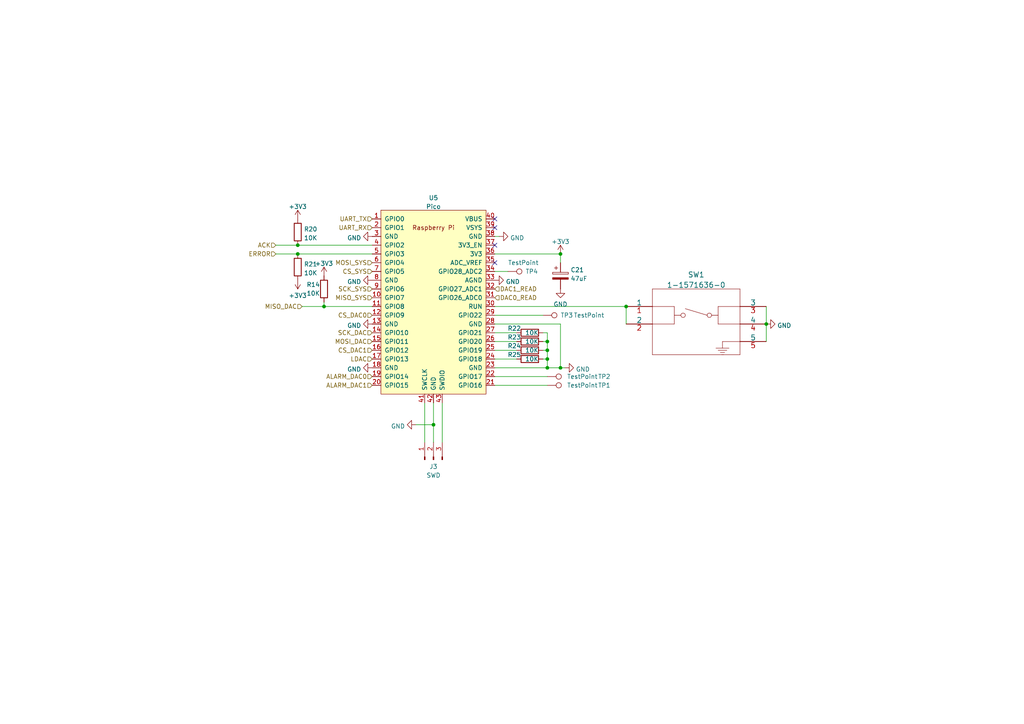
<source format=kicad_sch>
(kicad_sch (version 20211123) (generator eeschema)
  (paper "A4")
  (title_block (title "NR1B-Analog") (date "2022-07-26") (rev "v1.0") (company "University of Dallas") (comment 1 "Isaac Kelly"))
  (lib_symbols
    (symbol "2022-07-11_19-20-20:1-1571636-0" (pin_names (offset 0))
      (property "Reference" "SW" (at 20.32 10.16 0))
      (property "Value" "1-1571636-0" (at 20.32 7.62 0))
      (symbol "1-1571636-0_1_1"
        (polyline (pts (xy 7.62 -13.97) (xy 33.02 -13.97)) (stroke (width 0.127)))
        (polyline (pts (xy 7.62 -5.08) (xy 13.97 -5.08)) (stroke (width 0.127)))
        (polyline (pts (xy 7.62 0) (xy 13.97 0)) (stroke (width 0.127)))
        (polyline (pts (xy 7.62 5.08) (xy 7.62 -13.97)) (stroke (width 0.127)))
        (polyline (pts (xy 13.97 -2.54) (xy 15.875 -2.54)) (stroke (width 0.127)))
        (polyline (pts (xy 13.97 0) (xy 13.97 -5.08)) (stroke (width 0.127)))
        (polyline (pts (xy 17.145 -0.635) (xy 23.495 -2.54)) (stroke (width 0.127)))
        (polyline (pts (xy 24.765 -2.54) (xy 26.67 -2.54)) (stroke (width 0.127)))
        (polyline (pts (xy 26.035 -12.065) (xy 29.845 -12.065)) (stroke (width 0.127)))
        (polyline (pts (xy 26.67 -12.7) (xy 29.21 -12.7)) (stroke (width 0.127)))
        (polyline (pts (xy 26.67 -5.08) (xy 33.02 -5.08)) (stroke (width 0.127)))
        (polyline (pts (xy 26.67 0) (xy 26.67 -5.08)) (stroke (width 0.127)))
        (polyline (pts (xy 27.305 -13.335) (xy 28.575 -13.335)) (stroke (width 0.127)))
        (polyline (pts (xy 27.686 -13.97) (xy 28.321 -13.97)) (stroke (width 0.127)))
        (polyline (pts (xy 27.94 -10.16) (xy 27.94 -12.065)) (stroke (width 0.127)))
        (polyline (pts (xy 27.94 -10.16) (xy 33.02 -10.16)) (stroke (width 0.127)))
        (polyline (pts (xy 33.02 -13.97) (xy 33.02 5.08)) (stroke (width 0.127)))
        (polyline (pts (xy 33.02 0) (xy 26.67 0)) (stroke (width 0.127)))
        (polyline (pts (xy 33.02 5.08) (xy 7.62 5.08)) (stroke (width 0.127)))
        (circle (center 16.51 -2.54) (radius 0.635) (stroke (width 0.127)))
        (arc (start 17.145 -2.54) (mid 15.875 -2.54) (end 17.145 -2.54) (stroke (width 0.127)))
        (arc (start 23.495 -2.54) (mid 24.765 -2.54) (end 23.495 -2.54) (stroke (width 0.127)))
        (circle (center 24.13 -2.54) (radius 0.635) (stroke (width 0.127)))
        (pin output line (at 0 0 0) (length 7.62) (name "1") (number "1"))
        (pin output line (at 0 -5.08 0) (length 7.62) (name "2") (number "2"))
        (pin power_in line (at 40.64 0 180) (length 7.62) (name "3") (number "3"))
        (pin power_in line (at 40.64 -5.08 180) (length 7.62) (name "4") (number "4"))
        (pin power_in line (at 40.64 -10.16 180) (length 7.62) (name "5") (number "5"))
      )
    )
    (symbol "Connector:Conn_01x03_Male" (pin_names (offset 1.016) hide)
      (property "Reference" "J" (at 0 5.08 0))
      (property "Value" "Conn_01x03_Male" (at 0 -5.08 0))
      (symbol "Conn_01x03_Male_1_1"
        (polyline (pts (xy 1.27 -2.54) (xy 0.8636 -2.54)) (stroke (width 0.1524)))
        (polyline (pts (xy 1.27 0) (xy 0.8636 0)) (stroke (width 0.1524)))
        (polyline (pts (xy 1.27 2.54) (xy 0.8636 2.54)) (stroke (width 0.1524)))
        (rectangle (start 0.8636 -2.413) (end 0 -2.667) (stroke (width 0.1524)) (fill (type outline)))
        (rectangle (start 0.8636 0.127) (end 0 -0.127) (stroke (width 0.1524)) (fill (type outline)))
        (rectangle (start 0.8636 2.667) (end 0 2.413) (stroke (width 0.1524)) (fill (type outline)))
        (pin passive line (at 5.08 2.54 180) (length 3.81) (name "Pin_1") (number "1"))
        (pin passive line (at 5.08 0 180) (length 3.81) (name "Pin_2") (number "2"))
        (pin passive line (at 5.08 -2.54 180) (length 3.81) (name "Pin_3") (number "3"))
      )
    )
    (symbol "Connector:TestPoint" (pin_numbers hide) (pin_names (offset 0.762) hide)
      (property "Reference" "TP" (at 0 6.858 0))
      (property "Value" "TestPoint" (at 0 5.08 0))
      (symbol "TestPoint_0_1"
        (circle (center 0 3.302) (radius 0.762))
      )
      (symbol "TestPoint_1_1"
        (pin passive line (at 0 0 90) (length 2.54) (name "1") (number "1"))
      )
    )
    (symbol "Device:C_Polarized" (pin_numbers hide) (pin_names (offset 0.254))
      (property "Reference" "C" (at 0.635 2.54 0))
      (property "Value" "C_Polarized" (at 0.635 -2.54 0))
      (symbol "C_Polarized_0_1"
        (rectangle (start -2.286 0.508) (end 2.286 1.016))
        (polyline (pts (xy -1.778 2.286) (xy -0.762 2.286)))
        (polyline (pts (xy -1.27 2.794) (xy -1.27 1.778)))
        (rectangle (start 2.286 -0.508) (end -2.286 -1.016) (fill (type outline)))
      )
      (symbol "C_Polarized_1_1"
        (pin passive line (at 0 3.81 270) (length 2.794) (name "~") (number "1"))
        (pin passive line (at 0 -3.81 90) (length 2.794) (name "~") (number "2"))
      )
    )
    (symbol "Device:R" (pin_numbers hide) (pin_names (offset 0))
      (property "Reference" "R" (at 2.032 0 90))
      (property "Value" "R" (at 0 0 90))
      (symbol "R_0_1"
        (rectangle (start -1.016 -2.54) (end 1.016 2.54) (stroke (width 0.254)))
      )
      (symbol "R_1_1"
        (pin passive line (at 0 3.81 270) (length 1.27) (name "~") (number "1"))
        (pin passive line (at 0 -3.81 90) (length 1.27) (name "~") (number "2"))
      )
    )
    (symbol "MCU_RaspberryPi_and_Boards:Pico" (pin_names (offset 1.016))
      (property "Reference" "U5" (at 0 30.2428 0))
      (property "Value" "Pico" (at 0 27.7059 0))
      (symbol "Pico_0_0"
        (text "Raspberry Pi" (at 0 21.59 0) (effects (font (size 1.27 1.27))))
      )
      (symbol "Pico_0_1"
        (rectangle (start -15.24 26.67) (end 15.24 -26.67) (fill (type background)))
      )
      (symbol "Pico_1_1"
        (pin bidirectional line (at -17.78 24.13 0) (length 2.54) (name "GPIO0") (number "1"))
        (pin bidirectional line (at -17.78 1.27 0) (length 2.54) (name "GPIO7") (number "10"))
        (pin bidirectional line (at -17.78 -1.27 0) (length 2.54) (name "GPIO8") (number "11"))
        (pin bidirectional line (at -17.78 -3.81 0) (length 2.54) (name "GPIO9") (number "12"))
        (pin power_in line (at -17.78 -6.35 0) (length 2.54) (name "GND") (number "13"))
        (pin bidirectional line (at -17.78 -8.89 0) (length 2.54) (name "GPIO10") (number "14"))
        (pin bidirectional line (at -17.78 -11.43 0) (length 2.54) (name "GPIO11") (number "15"))
        (pin bidirectional line (at -17.78 -13.97 0) (length 2.54) (name "GPIO12") (number "16"))
        (pin bidirectional line (at -17.78 -16.51 0) (length 2.54) (name "GPIO13") (number "17"))
        (pin power_in line (at -17.78 -19.05 0) (length 2.54) (name "GND") (number "18"))
        (pin bidirectional line (at -17.78 -21.59 0) (length 2.54) (name "GPIO14") (number "19"))
        (pin bidirectional line (at -17.78 21.59 0) (length 2.54) (name "GPIO1") (number "2"))
        (pin bidirectional line (at -17.78 -24.13 0) (length 2.54) (name "GPIO15") (number "20"))
        (pin bidirectional line (at 17.78 -24.13 180) (length 2.54) (name "GPIO16") (number "21"))
        (pin bidirectional line (at 17.78 -21.59 180) (length 2.54) (name "GPIO17") (number "22"))
        (pin power_in line (at 17.78 -19.05 180) (length 2.54) (name "GND") (number "23"))
        (pin bidirectional line (at 17.78 -16.51 180) (length 2.54) (name "GPIO18") (number "24"))
        (pin bidirectional line (at 17.78 -13.97 180) (length 2.54) (name "GPIO19") (number "25"))
        (pin bidirectional line (at 17.78 -11.43 180) (length 2.54) (name "GPIO20") (number "26"))
        (pin bidirectional line (at 17.78 -8.89 180) (length 2.54) (name "GPIO21") (number "27"))
        (pin power_in line (at 17.78 -6.35 180) (length 2.54) (name "GND") (number "28"))
        (pin bidirectional line (at 17.78 -3.81 180) (length 2.54) (name "GPIO22") (number "29"))
        (pin power_in line (at -17.78 19.05 0) (length 2.54) (name "GND") (number "3"))
        (pin input line (at 17.78 -1.27 180) (length 2.54) (name "RUN") (number "30"))
        (pin bidirectional line (at 17.78 1.27 180) (length 2.54) (name "GPIO26_ADC0") (number "31"))
        (pin bidirectional line (at 17.78 3.81 180) (length 2.54) (name "GPIO27_ADC1") (number "32"))
        (pin power_in line (at 17.78 6.35 180) (length 2.54) (name "AGND") (number "33"))
        (pin bidirectional line (at 17.78 8.89 180) (length 2.54) (name "GPIO28_ADC2") (number "34"))
        (pin power_in line (at 17.78 11.43 180) (length 2.54) (name "ADC_VREF") (number "35"))
        (pin power_in line (at 17.78 13.97 180) (length 2.54) (name "3V3") (number "36"))
        (pin input line (at 17.78 16.51 180) (length 2.54) (name "3V3_EN") (number "37"))
        (pin power_in line (at 17.78 19.05 180) (length 2.54) (name "GND") (number "38"))
        (pin power_in line (at 17.78 21.59 180) (length 2.54) (name "VSYS") (number "39"))
        (pin bidirectional line (at -17.78 16.51 0) (length 2.54) (name "GPIO2") (number "4"))
        (pin power_in line (at 17.78 24.13 180) (length 2.54) (name "VBUS") (number "40"))
        (pin input line (at -2.54 -29.21 90) (length 2.54) (name "SWCLK") (number "41"))
        (pin power_in line (at 0 -29.21 90) (length 2.54) (name "GND") (number "42"))
        (pin bidirectional line (at 2.54 -29.21 90) (length 2.54) (name "SWDIO") (number "43"))
        (pin bidirectional line (at -17.78 13.97 0) (length 2.54) (name "GPIO3") (number "5"))
        (pin bidirectional line (at -17.78 11.43 0) (length 2.54) (name "GPIO4") (number "6"))
        (pin bidirectional line (at -17.78 8.89 0) (length 2.54) (name "GPIO5") (number "7"))
        (pin power_in line (at -17.78 6.35 0) (length 2.54) (name "GND") (number "8"))
        (pin bidirectional line (at -17.78 3.81 0) (length 2.54) (name "GPIO6") (number "9"))
      )
    )
    (symbol "power:+3V3" (power) (pin_names (offset 0))
      (property "Value" "+3V3" (at 0 3.556 0))
      (symbol "+3V3_0_1"
        (polyline (pts (xy -0.762 1.27) (xy 0 2.54)))
        (polyline (pts (xy 0 0) (xy 0 2.54)))
        (polyline (pts (xy 0 2.54) (xy 0.762 1.27)))
      )
      (symbol "+3V3_1_1"
        (pin power_in line (at 0 0 90) (length 0) hide (name "+3V3") (number "1"))
      )
    )
    (symbol "power:GND" (power) (pin_names (offset 0))
      (property "Value" "GND" (at 0 -3.81 0))
      (symbol "GND_0_1"
        (polyline (pts (xy 0 0) (xy 0 -1.27) (xy 1.27 -1.27) (xy 0 -2.54) (xy -1.27 -1.27) (xy 0 -1.27)))
      )
      (symbol "GND_1_1"
        (pin power_in line (at 0 0 270) (length 0) hide (name "GND") (number "1"))
      )
    )
  )
  (junction (at 93.98 88.9))
  (junction (at 125.73 123.19))
  (junction (at 158.75 99.06))
  (junction (at 158.75 101.6))
  (junction (at 181.61 88.9))
  (junction (at 162.56 106.68))
  (junction (at 162.56 73.66))
  (junction (at 222.25 93.98))
  (junction (at 86.36 71.12))
  (junction (at 158.75 106.68))
  (junction (at 86.36 73.66))
  (junction (at 158.75 104.14))
  (no_connect (at 143.51 66.04))
  (no_connect (at 143.51 63.5))
  (no_connect (at 143.51 71.12))
  (no_connect (at 143.51 76.2))
  (wire (pts (xy 87.63 88.9) (xy 93.98 88.9)))
  (wire (pts (xy 222.25 88.9) (xy 222.25 93.98)))
  (wire (pts (xy 162.56 93.98) (xy 162.56 106.68)))
  (wire (pts (xy 162.56 76.2) (xy 162.56 73.66)))
  (wire (pts (xy 128.27 116.84) (xy 128.27 128.27)))
  (wire (pts (xy 162.56 73.66) (xy 143.51 73.66)))
  (wire (pts (xy 158.75 104.14) (xy 158.75 106.68)))
  (wire (pts (xy 143.51 99.06) (xy 149.86 99.06)))
  (wire (pts (xy 123.19 116.84) (xy 123.19 128.27)))
  (wire (pts (xy 143.51 101.6) (xy 149.86 101.6)))
  (wire (pts (xy 158.75 101.6) (xy 158.75 104.14)))
  (wire (pts (xy 80.01 71.12) (xy 86.36 71.12)))
  (wire (pts (xy 93.98 88.9) (xy 107.95 88.9)))
  (wire (pts (xy 144.78 68.58) (xy 143.51 68.58)))
  (wire (pts (xy 163.83 106.68) (xy 162.56 106.68)))
  (wire (pts (xy 143.51 109.22) (xy 158.75 109.22)))
  (wire (pts (xy 157.48 96.52) (xy 158.75 96.52)))
  (wire (pts (xy 143.51 93.98) (xy 162.56 93.98)))
  (wire (pts (xy 120.65 123.19) (xy 125.73 123.19)))
  (wire (pts (xy 157.48 99.06) (xy 158.75 99.06)))
  (wire (pts (xy 181.61 88.9) (xy 181.61 93.98)))
  (wire (pts (xy 143.51 78.74) (xy 147.32 78.74)))
  (wire (pts (xy 158.75 99.06) (xy 158.75 101.6)))
  (wire (pts (xy 157.48 104.14) (xy 158.75 104.14)))
  (wire (pts (xy 125.73 123.19) (xy 125.73 128.27)))
  (wire (pts (xy 143.51 104.14) (xy 149.86 104.14)))
  (wire (pts (xy 86.36 73.66) (xy 107.95 73.66)))
  (wire (pts (xy 162.56 106.68) (xy 158.75 106.68)))
  (wire (pts (xy 158.75 106.68) (xy 143.51 106.68)))
  (wire (pts (xy 143.51 111.76) (xy 158.75 111.76)))
  (wire (pts (xy 143.51 96.52) (xy 149.86 96.52)))
  (wire (pts (xy 125.73 116.84) (xy 125.73 123.19)))
  (wire (pts (xy 93.98 87.63) (xy 93.98 88.9)))
  (wire (pts (xy 86.36 71.12) (xy 107.95 71.12)))
  (wire (pts (xy 80.01 73.66) (xy 86.36 73.66)))
  (wire (pts (xy 157.48 101.6) (xy 158.75 101.6)))
  (wire (pts (xy 143.51 88.9) (xy 181.61 88.9)))
  (wire (pts (xy 222.25 93.98) (xy 222.25 99.06)))
  (wire (pts (xy 158.75 96.52) (xy 158.75 99.06)))
  (wire (pts (xy 143.51 91.44) (xy 157.48 91.44)))
  (hierarchical_label "ERROR" (shape input) (at 80.01 73.66 180))
  (hierarchical_label "MOSI_DAC" (shape input) (at 107.95 99.06 180))
  (hierarchical_label "SCK_DAC" (shape input) (at 107.95 96.52 180))
  (hierarchical_label "ALARM_DAC0" (shape input) (at 107.95 109.22 180))
  (hierarchical_label "CS_SYS" (shape input) (at 107.95 78.74 180))
  (hierarchical_label "ALARM_DAC1" (shape input) (at 107.95 111.76 180))
  (hierarchical_label "UART_TX" (shape input) (at 107.95 63.5 180))
  (hierarchical_label "UART_RX" (shape input) (at 107.95 66.04 180))
  (hierarchical_label "MISO_SYS" (shape input) (at 107.95 86.36 180))
  (hierarchical_label "MISO_DAC" (shape input) (at 87.63 88.9 180))
  (hierarchical_label "CS_DAC1" (shape input) (at 107.95 101.6 180))
  (hierarchical_label "ACK" (shape input) (at 80.01 71.12 180))
  (hierarchical_label "DAC0_READ" (shape input) (at 143.51 86.36 0))
  (hierarchical_label "MOSI_SYS" (shape input) (at 107.95 76.2 180))
  (hierarchical_label "SCK_SYS" (shape input) (at 107.95 83.82 180))
  (hierarchical_label "CS_DAC0" (shape input) (at 107.95 91.44 180))
  (hierarchical_label "LDAC" (shape input) (at 107.95 104.14 180))
  (hierarchical_label "DAC1_READ" (shape input) (at 143.51 83.82 0))
  (symbol (lib_id "Connector:TestPoint") (at 147.32 78.74 270) (unit 1)
    (property "Reference" "TP4" (at 152.4 78.74 90) (effects (justify left)))
    (property "Value" "TestPoint" (at 147.32 76.2 90) (effects (justify left)))
    (property "Footprint" "TestPoint:TestPoint_Bridge_Pitch2.0mm_Drill0.7mm" (effects hide))
  )
  (symbol (lib_id "Device:R") (at 153.67 99.06 90) (unit 1)
    (property "Reference" "R23" (at 151.13 97.79 90) (effects (justify left)))
    (property "Value" "10K" (at 156.21 99.06 90) (effects (justify left)))
    (property "Footprint" "Resistor_SMD:R_0603_1608Metric" (effects hide))
  )
  (symbol (lib_id "Connector:TestPoint") (at 158.75 109.22 270) (unit 1)
    (property "Reference" "TP2" (at 175.26 109.22 90))
    (property "Value" "TestPoint" (at 168.91 109.22 90))
    (property "Footprint" "TestPoint:TestPoint_Bridge_Pitch2.0mm_Drill0.7mm" (effects hide))
  )
  (symbol (lib_id "Device:R") (at 153.67 101.6 90) (unit 1)
    (property "Reference" "R24" (at 151.13 100.33 90) (effects (justify left)))
    (property "Value" "10K" (at 156.21 101.6 90) (effects (justify left)))
    (property "Footprint" "Resistor_SMD:R_0603_1608Metric" (effects hide))
  )
  (symbol (lib_id "Device:R") (at 93.98 83.82 0) (unit 1)
    (property "Reference" "R14" (at 88.9 82.55 0) (effects (justify left)))
    (property "Value" "10K" (at 88.9 85.09 0) (effects (justify left)))
    (property "Footprint" "Resistor_SMD:R_0603_1608Metric" (effects hide))
  )
  (symbol (lib_id "power:GND") (at 162.56 83.82 0) (unit 1)
    (property "Reference" "#PWR056" (effects hide))
    (property "Value" "GND" (at 162.56 88.2634 0))
  )
  (symbol (lib_id "Connector:TestPoint") (at 157.48 91.44 270) (unit 1)
    (property "Reference" "TP3" (at 162.56 91.44 90) (effects (justify left)))
    (property "Value" "TestPoint" (at 166.37 91.44 90) (effects (justify left)))
    (property "Footprint" "TestPoint:TestPoint_Bridge_Pitch2.0mm_Drill0.7mm" (effects hide))
  )
  (symbol (lib_id "Connector:TestPoint") (at 158.75 111.76 270) (unit 1)
    (property "Reference" "TP1" (at 175.26 111.76 90))
    (property "Value" "TestPoint" (at 168.91 111.76 90))
    (property "Footprint" "TestPoint:TestPoint_Bridge_Pitch2.0mm_Drill0.7mm" (effects hide))
  )
  (symbol (lib_id "power:GND") (at 222.25 93.98 90) (unit 1)
    (property "Reference" "#PWR054" (effects hide))
    (property "Value" "GND" (at 225.425 94.4138 90) (effects (justify right)))
  )
  (symbol (lib_id "Device:R") (at 153.67 96.52 90) (unit 1)
    (property "Reference" "R22" (at 151.13 95.25 90) (effects (justify left)))
    (property "Value" "10K" (at 156.21 96.52 90) (effects (justify left)))
    (property "Footprint" "Resistor_SMD:R_0603_1608Metric" (effects hide))
  )
  (symbol (lib_id "Device:R") (at 86.36 77.47 0) (unit 1)
    (property "Reference" "R21" (at 88.138 76.6353 0) (effects (justify left)))
    (property "Value" "10K" (at 88.138 79.1722 0) (effects (justify left)))
    (property "Footprint" "Resistor_SMD:R_0603_1608Metric" (effects hide))
  )
  (symbol (lib_id "power:GND") (at 144.78 68.58 90) (unit 1)
    (property "Reference" "#PWR034" (effects hide))
    (property "Value" "GND" (at 147.955 69.0138 90) (effects (justify right)))
  )
  (symbol (lib_id "Connector:Conn_01x03_Male") (at 125.73 133.35 90) (unit 1)
    (property "Reference" "J3" (at 125.73 135.3296 90))
    (property "Value" "SWD" (at 125.73 137.8665 90))
    (property "Footprint" "Connector_PinHeader_2.54mm:PinHeader_1x03_P2.54mm_Horizontal" (effects hide))
  )
  (symbol (lib_id "2022-07-11_19-20-20:1-1571636-0") (at 181.61 88.9 0) (unit 1)
    (property "Reference" "SW1" (at 201.93 79.6724 0) (effects (font (size 1.524 1.524))))
    (property "Value" "1-1571636-0" (at 201.93 82.6658 0) (effects (font (size 1.524 1.524))))
    (property "Footprint" "1-1571636-0:1-1571636-0" (effects hide))
  )
  (symbol (lib_id "power:GND") (at 107.95 93.98 270) (unit 1)
    (property "Reference" "#PWR047" (effects hide))
    (property "Value" "GND" (at 104.7751 94.4138 90) (effects (justify right)))
  )
  (symbol (lib_id "power:GND") (at 143.51 81.28 90) (unit 1)
    (property "Reference" "#PWR051" (effects hide))
    (property "Value" "GND" (at 146.685 81.7138 90) (effects (justify right)))
  )
  (symbol (lib_id "power:+3V3") (at 93.98 80.01 0) (unit 1)
    (property "Reference" "#PWR058" (effects hide))
    (property "Value" "+3V3" (at 93.98 76.4342 0))
  )
  (symbol (lib_id "power:GND") (at 163.83 106.68 90) (unit 1)
    (property "Reference" "#PWR053" (effects hide))
    (property "Value" "GND" (at 167.005 107.1138 90) (effects (justify right)))
  )
  (symbol (lib_id "power:+3V3") (at 86.36 63.5 0) (unit 1)
    (property "Reference" "#PWR038" (effects hide))
    (property "Value" "+3V3" (at 86.36 59.9242 0))
  )
  (symbol (lib_id "power:GND") (at 107.95 68.58 270) (unit 1)
    (property "Reference" "#PWR035" (effects hide))
    (property "Value" "GND" (at 104.7751 69.0138 90) (effects (justify right)))
  )
  (symbol (lib_id "Device:R") (at 153.67 104.14 90) (unit 1)
    (property "Reference" "R25" (at 151.13 102.87 90) (effects (justify left)))
    (property "Value" "10K" (at 156.21 104.14 90) (effects (justify left)))
    (property "Footprint" "Resistor_SMD:R_0603_1608Metric" (effects hide))
  )
  (symbol (lib_id "MCU_RaspberryPi_and_Boards:Pico") (at 125.73 87.63 0) (unit 1)
    (property "Reference" "U5" (at 125.73 57.3872 0))
    (property "Value" "Pico" (at 125.73 59.9241 0))
    (property "Footprint" "MCU_RaspberryPi_and_Boards:RPi_Pico_SMD_TH" (effects hide))
  )
  (symbol (lib_id "power:GND") (at 107.95 81.28 270) (unit 1)
    (property "Reference" "#PWR032" (effects hide))
    (property "Value" "GND" (at 104.7751 81.7138 90) (effects (justify right)))
  )
  (symbol (lib_id "Device:R") (at 86.36 67.31 0) (unit 1)
    (property "Reference" "R20" (at 88.138 66.4753 0) (effects (justify left)))
    (property "Value" "10K" (at 88.138 69.0122 0) (effects (justify left)))
    (property "Footprint" "Resistor_SMD:R_0603_1608Metric" (effects hide))
  )
  (symbol (lib_id "power:GND") (at 120.65 123.19 270) (unit 1)
    (property "Reference" "#PWR050" (effects hide))
    (property "Value" "GND" (at 117.4751 123.6238 90) (effects (justify right)))
  )
  (symbol (lib_id "power:+3V3") (at 86.36 81.28 180) (unit 1)
    (property "Reference" "#PWR059" (effects hide))
    (property "Value" "+3V3" (at 86.36 85.7234 0))
  )
  (symbol (lib_id "Device:C_Polarized") (at 162.56 80.01 0) (unit 1)
    (property "Reference" "C21" (at 165.481 78.2863 0) (effects (justify left)))
    (property "Value" "47uF" (at 165.481 80.8232 0) (effects (justify left)))
    (property "Footprint" "Capacitor_SMD:CP_Elec_5x5.3" (effects hide))
  )
  (symbol (lib_id "power:+3V3") (at 162.56 73.66 0) (unit 1)
    (property "Reference" "#PWR0102" (effects hide))
    (property "Value" "+3V3" (at 162.56 70.0842 0))
  )
  (symbol (lib_id "power:GND") (at 107.95 106.68 270) (unit 1)
    (property "Reference" "#PWR049" (effects hide))
    (property "Value" "GND" (at 104.7751 107.1138 90) (effects (justify right)))
  )
)
</source>
